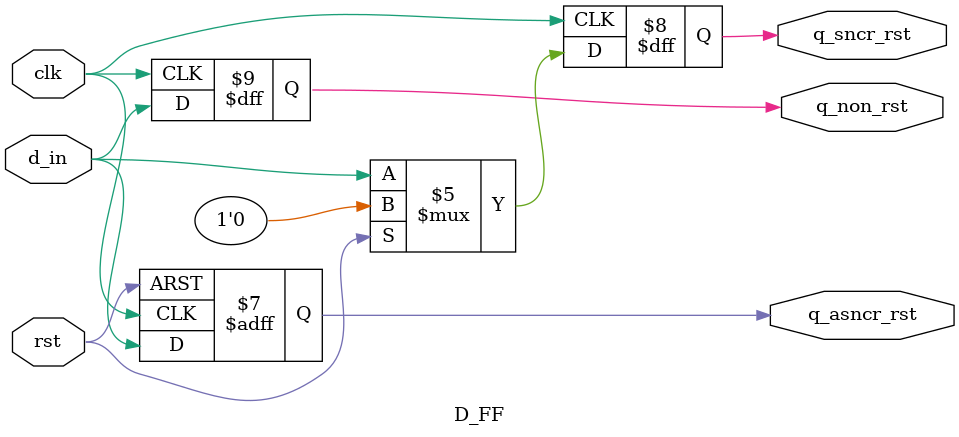
<source format=sv>

module D_FF(q_non_rst, q_sncr_rst, q_asncr_rst, d_in, clk, rst);

	input d_in;
	input clk;
	input rst;
	output reg q_non_rst;
	output reg q_sncr_rst;
	output reg q_asncr_rst;

	// no reset
	always@(posedge clk)
		q_non_rst <= d_in;

	//synchronize reset
	always@(posedge clk)
		if (rst)
			q_sncr_rst <= 1'b0;
		else
			q_sncr_rst <= d_in;
	
	//asynchronize reset
	always@(posedge clk or posedge rst)
		if (rst)
			q_asncr_rst <= 1'b0;
		else
			q_asncr_rst <= d_in;
	
endmodule
				

</source>
